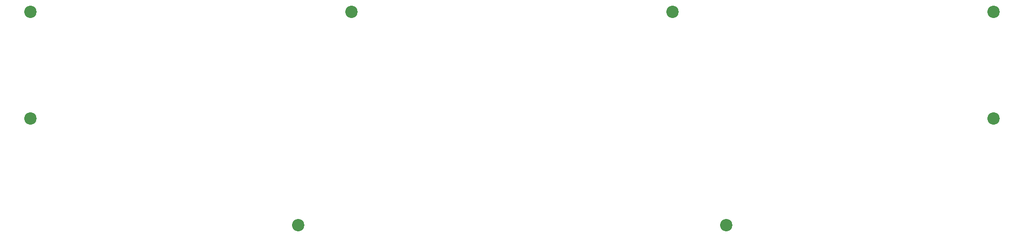
<source format=gbr>
%TF.GenerationSoftware,KiCad,Pcbnew,6.0.2+dfsg-1*%
%TF.CreationDate,2023-04-19T19:37:04+02:00*%
%TF.ProjectId,lancer-bottom-plate,6c616e63-6572-42d6-926f-74746f6d2d70,rev?*%
%TF.SameCoordinates,Original*%
%TF.FileFunction,Soldermask,Top*%
%TF.FilePolarity,Negative*%
%FSLAX46Y46*%
G04 Gerber Fmt 4.6, Leading zero omitted, Abs format (unit mm)*
G04 Created by KiCad (PCBNEW 6.0.2+dfsg-1) date 2023-04-19 19:37:04*
%MOMM*%
%LPD*%
G01*
G04 APERTURE LIST*
%ADD10C,2.200000*%
G04 APERTURE END LIST*
D10*
%TO.C,H2*%
X104140000Y-47625000D03*
%TD*%
%TO.C,H4*%
X218440000Y-47625000D03*
%TD*%
%TO.C,H7*%
X94615000Y-85725000D03*
%TD*%
%TO.C,H8*%
X170815000Y-85725000D03*
%TD*%
%TO.C,H5*%
X46990000Y-66675000D03*
%TD*%
%TO.C,H3*%
X161290000Y-47625000D03*
%TD*%
%TO.C,H6*%
X218440000Y-66675000D03*
%TD*%
%TO.C,H1*%
X46990000Y-47625000D03*
%TD*%
M02*

</source>
